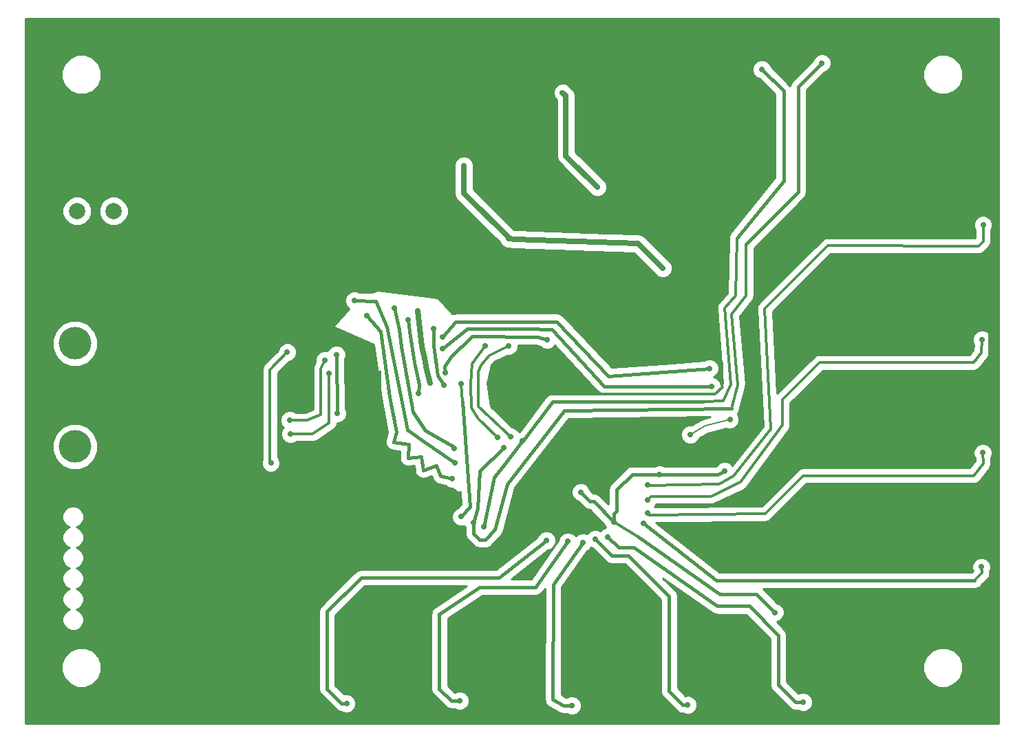
<source format=gbl>
G04 (created by PCBNEW (2013-08-24 BZR 4298)-stable) date Sat 25 Jan 2014 07:06:08 PM PST*
%MOIN*%
G04 Gerber Fmt 3.4, Leading zero omitted, Abs format*
%FSLAX34Y34*%
G01*
G70*
G90*
G04 APERTURE LIST*
%ADD10C,0.005906*%
%ADD11C,0.078700*%
%ADD12C,0.157480*%
%ADD13C,0.023622*%
%ADD14R,0.098400X0.098400*%
%ADD15C,0.027559*%
%ADD16C,0.015748*%
%ADD17C,0.011811*%
%ADD18C,0.007874*%
%ADD19C,0.027559*%
%ADD20C,0.019685*%
%ADD21C,0.009843*%
%ADD22C,0.010000*%
G04 APERTURE END LIST*
G54D10*
G54D11*
X14163Y-33779D03*
X12391Y-33779D03*
G54D12*
X12295Y-45200D03*
X12295Y-40200D03*
G54D13*
X26618Y-42019D03*
X26318Y-41719D03*
X26318Y-42319D03*
X26918Y-41719D03*
X26918Y-42319D03*
G54D14*
X26618Y-42019D03*
G54D15*
X46185Y-53236D03*
X40755Y-36543D03*
X33618Y-35149D03*
X31129Y-31570D03*
X35909Y-28035D03*
X37598Y-32625D03*
X38381Y-48866D03*
X36783Y-47405D03*
X43759Y-46389D03*
X40610Y-46539D03*
X44011Y-43889D03*
X42098Y-44625D03*
X28887Y-38622D03*
X29492Y-42118D03*
X30088Y-39891D03*
X43023Y-41401D03*
X43141Y-42271D03*
X30108Y-40462D03*
X30157Y-42224D03*
X29675Y-39488D03*
X30220Y-41606D03*
X35153Y-40011D03*
X24948Y-40736D03*
X25003Y-43582D03*
X32838Y-42952D03*
X46051Y-49740D03*
X20866Y-33913D03*
X34409Y-37000D03*
X38429Y-57539D03*
X32933Y-57574D03*
X27389Y-57531D03*
X21866Y-57814D03*
X43933Y-57507D03*
X49433Y-57661D03*
X56232Y-49015D03*
X56110Y-43019D03*
X56295Y-38039D03*
X56275Y-32385D03*
X48885Y-27779D03*
X43405Y-27500D03*
X32401Y-27519D03*
X26905Y-27476D03*
X21385Y-27755D03*
X37885Y-27763D03*
X35657Y-49133D03*
X41921Y-40696D03*
X44980Y-41791D03*
X43338Y-36039D03*
X10708Y-50944D03*
X12214Y-37273D03*
X18358Y-47059D03*
X25011Y-38610D03*
X21188Y-39149D03*
X23503Y-42952D03*
X30779Y-47940D03*
X45561Y-26909D03*
X32100Y-49100D03*
X33964Y-44909D03*
X48474Y-26604D03*
X33059Y-45251D03*
X31600Y-48900D03*
X30661Y-45271D03*
X27748Y-38472D03*
X26429Y-38858D03*
X30551Y-46751D03*
X30700Y-46000D03*
X25830Y-38129D03*
X22574Y-40629D03*
X21779Y-46000D03*
X37487Y-49676D03*
X41976Y-57728D03*
X47566Y-57574D03*
X38090Y-49570D03*
X56204Y-51031D03*
X39830Y-48929D03*
X56271Y-45500D03*
X40011Y-48421D03*
X56220Y-40019D03*
X40029Y-47775D03*
X40019Y-47066D03*
X56279Y-34460D03*
X33295Y-40307D03*
X33401Y-44728D03*
X32155Y-40334D03*
X32751Y-44748D03*
X35118Y-49755D03*
X25444Y-57645D03*
X30933Y-57507D03*
X36161Y-49799D03*
X36884Y-49849D03*
X36366Y-57751D03*
X24397Y-41007D03*
X22688Y-43921D03*
X24598Y-41637D03*
X22728Y-44582D03*
X28435Y-39055D03*
X28937Y-42629D03*
X31003Y-42155D03*
X31000Y-48600D03*
G54D16*
X40610Y-46539D02*
X39279Y-46539D01*
X38381Y-48448D02*
X38381Y-48866D01*
X38519Y-48311D02*
X38381Y-48448D01*
X38519Y-47299D02*
X38519Y-48311D01*
X39279Y-46539D02*
X38519Y-47299D01*
X43535Y-52344D02*
X45293Y-52344D01*
X45293Y-52344D02*
X46185Y-53236D01*
G54D17*
X38381Y-48866D02*
X39578Y-49578D01*
G54D16*
X39578Y-49578D02*
X43535Y-52344D01*
G54D18*
X43535Y-52344D02*
X43543Y-52350D01*
G54D19*
X40755Y-36543D02*
X39566Y-35354D01*
X39566Y-35354D02*
X33618Y-35149D01*
X31129Y-32909D02*
X31129Y-31570D01*
X33311Y-35090D02*
X31129Y-32909D01*
X33299Y-35129D02*
X33311Y-35090D01*
X33618Y-35149D02*
X33299Y-35129D01*
X35909Y-28035D02*
X36074Y-28200D01*
X36074Y-28200D02*
X36074Y-31102D01*
X36074Y-31102D02*
X37598Y-32625D01*
G54D16*
X38381Y-48866D02*
X37413Y-47842D01*
X37220Y-47842D02*
X36783Y-47405D01*
X37413Y-47842D02*
X37220Y-47842D01*
X43759Y-46389D02*
X43440Y-46539D01*
X43440Y-46539D02*
X40610Y-46539D01*
G54D18*
X42811Y-44200D02*
X44011Y-43889D01*
X42098Y-44625D02*
X42811Y-44200D01*
G54D19*
X28887Y-38622D02*
X29106Y-40354D01*
X29224Y-40929D02*
X29106Y-40354D01*
X29338Y-41488D02*
X29224Y-40929D01*
X29492Y-42118D02*
X29338Y-41488D01*
G54D16*
X38120Y-41781D02*
X43023Y-41401D01*
X35639Y-39135D02*
X38120Y-41781D01*
X30718Y-39135D02*
X35639Y-39135D01*
X30088Y-39891D02*
X30718Y-39135D01*
X34163Y-39474D02*
X35381Y-39519D01*
X35381Y-39519D02*
X37933Y-42273D01*
X37933Y-42273D02*
X43141Y-42271D01*
X31299Y-39474D02*
X34163Y-39474D01*
X30108Y-40462D02*
X31299Y-39474D01*
X29675Y-40305D02*
X29858Y-41755D01*
X29858Y-41755D02*
X30157Y-42224D01*
X29675Y-39488D02*
X29675Y-40305D01*
X30500Y-40850D02*
X31543Y-39862D01*
X30208Y-41322D02*
X30486Y-40854D01*
G54D18*
X30486Y-40854D02*
X30500Y-40850D01*
G54D16*
X30220Y-41606D02*
X30208Y-41322D01*
X31543Y-39862D02*
X34692Y-39880D01*
X34692Y-39880D02*
X35153Y-40011D01*
X24948Y-40736D02*
X25003Y-43582D01*
G54D18*
X32838Y-42952D02*
X34338Y-42838D01*
X43653Y-41149D02*
X42992Y-40488D01*
X43653Y-42318D02*
X43653Y-41149D01*
G54D17*
X43307Y-42665D02*
X43653Y-42318D01*
X34511Y-42665D02*
X43307Y-42665D01*
G54D18*
X34338Y-42838D02*
X34511Y-42665D01*
G54D16*
X56295Y-38039D02*
X56295Y-38161D01*
X56582Y-38448D02*
X56582Y-42669D01*
X56582Y-42669D02*
X56110Y-43019D01*
X56295Y-38161D02*
X56582Y-38448D01*
X56759Y-32870D02*
X56275Y-32385D01*
X56759Y-37574D02*
X56759Y-32870D01*
X56295Y-38039D02*
X56759Y-37574D01*
X56295Y-32405D02*
X56342Y-32405D01*
X56275Y-32385D02*
X56295Y-32405D01*
X48901Y-27795D02*
X48929Y-27795D01*
X48885Y-27779D02*
X48901Y-27795D01*
X21421Y-27720D02*
X21421Y-27649D01*
X21385Y-27755D02*
X21421Y-27720D01*
X37885Y-27763D02*
X37885Y-27696D01*
G54D18*
X41921Y-40696D02*
X41925Y-40700D01*
G54D17*
X43338Y-36039D02*
X43328Y-36029D01*
X43328Y-36029D02*
X43318Y-36029D01*
G54D18*
X32838Y-42952D02*
X32877Y-42952D01*
X32647Y-43287D02*
X33700Y-43287D01*
X32877Y-42952D02*
X32647Y-43287D01*
G54D19*
X10708Y-50944D02*
X10708Y-50954D01*
G54D20*
X25011Y-38610D02*
X25011Y-38570D01*
G54D19*
X23503Y-42952D02*
X23503Y-42964D01*
G54D17*
X43685Y-43000D02*
X44059Y-42192D01*
X44059Y-42192D02*
X43769Y-38484D01*
X43769Y-38484D02*
X44291Y-37883D01*
X44291Y-37883D02*
X44291Y-37883D01*
X44291Y-37883D02*
X44291Y-37883D01*
X44291Y-37883D02*
X44358Y-35090D01*
X33964Y-44909D02*
X33990Y-44909D01*
G54D16*
X33990Y-44909D02*
X35419Y-43031D01*
X35419Y-43031D02*
X42732Y-43023D01*
G54D17*
X42732Y-43023D02*
X43685Y-43000D01*
X43685Y-43000D02*
X43686Y-42998D01*
X44349Y-35102D02*
X44358Y-35090D01*
G54D16*
X44358Y-35090D02*
X46614Y-32303D01*
X46614Y-32303D02*
X46614Y-27962D01*
X46614Y-27962D02*
X45561Y-26909D01*
X32586Y-46688D02*
X33129Y-46019D01*
X32100Y-49100D02*
X32586Y-46688D01*
X33129Y-46019D02*
X33964Y-44909D01*
X31600Y-48900D02*
X31600Y-49424D01*
X47322Y-27755D02*
X48474Y-26604D01*
X47322Y-32864D02*
X47322Y-27755D01*
X44803Y-35383D02*
X47322Y-32864D01*
G54D17*
X44803Y-37874D02*
X44803Y-35383D01*
X44084Y-38769D02*
X44803Y-37874D01*
X44401Y-42228D02*
X44084Y-38769D01*
X44086Y-43338D02*
X44401Y-42228D01*
G54D16*
X35988Y-43440D02*
X44086Y-43338D01*
X33238Y-47013D02*
X35988Y-43440D01*
X32625Y-49228D02*
X33238Y-47013D01*
X32165Y-49724D02*
X32625Y-49228D01*
X31899Y-49724D02*
X32165Y-49724D01*
X31600Y-49424D02*
X31899Y-49724D01*
X33059Y-45251D02*
X31900Y-46400D01*
X31900Y-46400D02*
X31800Y-48200D01*
X31800Y-48200D02*
X31600Y-48900D01*
X30661Y-45271D02*
X30649Y-45230D01*
X30649Y-45230D02*
X29259Y-44413D01*
X29259Y-44413D02*
X28657Y-43507D01*
X28657Y-43507D02*
X28098Y-40362D01*
X27992Y-39515D02*
X27748Y-38472D01*
X28098Y-40362D02*
X27992Y-39515D01*
G54D18*
X29767Y-46110D02*
X29787Y-46110D01*
G54D16*
X27535Y-42783D02*
X27094Y-39610D01*
X27094Y-39610D02*
X26429Y-38858D01*
X27736Y-44973D02*
X27849Y-44489D01*
X27849Y-44489D02*
X27535Y-42783D01*
X29767Y-46110D02*
X29153Y-46342D01*
X29153Y-46342D02*
X29068Y-45686D01*
X29068Y-45686D02*
X28421Y-45759D01*
X28421Y-45759D02*
X28460Y-45086D01*
X28460Y-45086D02*
X27736Y-44973D01*
X29787Y-46110D02*
X30007Y-46625D01*
X30007Y-46625D02*
X30551Y-46751D01*
X29100Y-44900D02*
X30700Y-46000D01*
X25830Y-38129D02*
X26846Y-38137D01*
X27400Y-39400D02*
X28400Y-44400D01*
X26846Y-38137D02*
X27400Y-39400D01*
X28400Y-44400D02*
X29100Y-44900D01*
G54D17*
X21736Y-41468D02*
X22574Y-40629D01*
X21736Y-45956D02*
X21736Y-41468D01*
G54D21*
X21779Y-46000D02*
X21736Y-45956D01*
G54D16*
X41736Y-57728D02*
X41976Y-57728D01*
X41074Y-57066D02*
X41736Y-57728D01*
X41074Y-52448D02*
X41074Y-57066D01*
X39094Y-50468D02*
X41074Y-52448D01*
X38279Y-50468D02*
X39094Y-50468D01*
X37487Y-49676D02*
X38279Y-50468D01*
X47181Y-57574D02*
X47566Y-57574D01*
X46354Y-56748D02*
X47181Y-57574D01*
X46354Y-54338D02*
X46354Y-56748D01*
X44948Y-52933D02*
X46354Y-54338D01*
X43405Y-52933D02*
X44948Y-52933D01*
X39350Y-50081D02*
X43405Y-52933D01*
X38614Y-50094D02*
X39350Y-50081D01*
X38090Y-49570D02*
X38614Y-50094D01*
G54D17*
X56228Y-51330D02*
X56204Y-51031D01*
X55866Y-51692D02*
X56228Y-51330D01*
G54D16*
X43366Y-51692D02*
X55866Y-51692D01*
X39830Y-48929D02*
X43366Y-51692D01*
G54D17*
X56279Y-46011D02*
X56271Y-45500D01*
X55816Y-46614D02*
X56279Y-46011D01*
X47568Y-46614D02*
X55816Y-46614D01*
X45728Y-48454D02*
X47568Y-46614D01*
X40100Y-48509D02*
X45728Y-48454D01*
G54D18*
X40011Y-48421D02*
X40100Y-48509D01*
G54D17*
X56188Y-40649D02*
X56220Y-40019D01*
X55826Y-41122D02*
X56188Y-40649D01*
X48356Y-41122D02*
X55826Y-41122D01*
X46555Y-42923D02*
X48356Y-41122D01*
X46555Y-44153D02*
X46555Y-42923D01*
X43100Y-47608D02*
X44531Y-46929D01*
X44531Y-46929D02*
X46555Y-44153D01*
X40196Y-47608D02*
X43100Y-47608D01*
X40029Y-47775D02*
X40196Y-47608D01*
G54D18*
X40019Y-47066D02*
X40049Y-47096D01*
G54D17*
X40049Y-47096D02*
X43488Y-47011D01*
X44200Y-46629D02*
X46009Y-44344D01*
X43488Y-47011D02*
X44200Y-46629D01*
X46009Y-44344D02*
X45698Y-38503D01*
X45698Y-38503D02*
X48750Y-35452D01*
X48750Y-35452D02*
X56059Y-35480D01*
X56059Y-35480D02*
X56279Y-35240D01*
X56279Y-35240D02*
X56279Y-34460D01*
X32352Y-40787D02*
X33295Y-40307D01*
X31958Y-41250D02*
X32352Y-40787D01*
X31840Y-41594D02*
X31958Y-41250D01*
X31840Y-43257D02*
X31840Y-41594D01*
X33401Y-44728D02*
X31840Y-43257D01*
G54D18*
X31513Y-41192D02*
X31513Y-41183D01*
G54D17*
X31513Y-41183D02*
X32155Y-40334D01*
X31446Y-42165D02*
X31513Y-41192D01*
G54D18*
X31513Y-41192D02*
X31515Y-41161D01*
G54D17*
X31480Y-43318D02*
X31446Y-42165D01*
X31811Y-43858D02*
X31480Y-43318D01*
X32751Y-44748D02*
X31811Y-43858D01*
G54D16*
X35118Y-49755D02*
X32838Y-51555D01*
X32838Y-51555D02*
X26145Y-51555D01*
X26145Y-51555D02*
X24500Y-53200D01*
X24500Y-53200D02*
X24500Y-56944D01*
X24500Y-56944D02*
X25200Y-57645D01*
X25200Y-57645D02*
X25444Y-57645D01*
X30511Y-57507D02*
X30933Y-57507D01*
X29940Y-56937D02*
X30511Y-57507D01*
X29940Y-53307D02*
X29940Y-56937D01*
X31897Y-52011D02*
X29940Y-53307D01*
X34610Y-52011D02*
X31897Y-52011D01*
X36161Y-49799D02*
X34610Y-52011D01*
X35972Y-57751D02*
X36366Y-57751D01*
X35440Y-57464D02*
X35972Y-57751D01*
X35456Y-51886D02*
X35440Y-57464D01*
X36884Y-49849D02*
X35456Y-51886D01*
G54D17*
X23519Y-43921D02*
X22688Y-43921D01*
X24200Y-43661D02*
X23519Y-43921D01*
X24200Y-41409D02*
X24200Y-43661D01*
X24397Y-41007D02*
X24200Y-41409D01*
X23787Y-44582D02*
X22728Y-44582D01*
X24602Y-44039D02*
X23787Y-44582D01*
X24582Y-41653D02*
X24602Y-44039D01*
G54D21*
X24598Y-41637D02*
X24582Y-41653D01*
G54D16*
X28937Y-42629D02*
X28944Y-42169D01*
X28944Y-42169D02*
X28740Y-41122D01*
X28740Y-41122D02*
X28484Y-39625D01*
X28484Y-39625D02*
X28435Y-39055D01*
G54D17*
X31003Y-42155D02*
X31062Y-43031D01*
G54D16*
X31062Y-43031D02*
X31421Y-48118D01*
X31421Y-48118D02*
X31000Y-48600D01*
G54D10*
G36*
X37741Y-42624D02*
X35418Y-42627D01*
X35392Y-42632D01*
X35364Y-42630D01*
X35315Y-42647D01*
X35264Y-42658D01*
X35241Y-42673D01*
X35215Y-42682D01*
X35176Y-42716D01*
X35133Y-42745D01*
X35117Y-42768D01*
X35097Y-42786D01*
X33817Y-44468D01*
X33798Y-44476D01*
X33794Y-44466D01*
X33664Y-44335D01*
X33494Y-44265D01*
X33470Y-44265D01*
X32411Y-43266D01*
X32250Y-42124D01*
X32454Y-41260D01*
X32595Y-41095D01*
X33233Y-40770D01*
X33387Y-40770D01*
X33557Y-40700D01*
X33687Y-40569D01*
X33758Y-40399D01*
X33758Y-40279D01*
X34635Y-40284D01*
X34824Y-40338D01*
X34890Y-40404D01*
X35060Y-40475D01*
X35245Y-40475D01*
X35415Y-40404D01*
X35537Y-40282D01*
X37636Y-42548D01*
X37642Y-42553D01*
X37647Y-42559D01*
X37706Y-42599D01*
X37741Y-42624D01*
X37741Y-42624D01*
G37*
G54D22*
X37741Y-42624D02*
X35418Y-42627D01*
X35392Y-42632D01*
X35364Y-42630D01*
X35315Y-42647D01*
X35264Y-42658D01*
X35241Y-42673D01*
X35215Y-42682D01*
X35176Y-42716D01*
X35133Y-42745D01*
X35117Y-42768D01*
X35097Y-42786D01*
X33817Y-44468D01*
X33798Y-44476D01*
X33794Y-44466D01*
X33664Y-44335D01*
X33494Y-44265D01*
X33470Y-44265D01*
X32411Y-43266D01*
X32250Y-42124D01*
X32454Y-41260D01*
X32595Y-41095D01*
X33233Y-40770D01*
X33387Y-40770D01*
X33557Y-40700D01*
X33687Y-40569D01*
X33758Y-40399D01*
X33758Y-40279D01*
X34635Y-40284D01*
X34824Y-40338D01*
X34890Y-40404D01*
X35060Y-40475D01*
X35245Y-40475D01*
X35415Y-40404D01*
X35537Y-40282D01*
X37636Y-42548D01*
X37642Y-42553D01*
X37647Y-42559D01*
X37706Y-42599D01*
X37741Y-42624D01*
G54D10*
G36*
X57036Y-58611D02*
X56742Y-58611D01*
X56742Y-34368D01*
X56672Y-34198D01*
X56542Y-34068D01*
X56372Y-33997D01*
X56187Y-33997D01*
X56017Y-34067D01*
X55886Y-34197D01*
X55816Y-34368D01*
X55816Y-34552D01*
X55886Y-34722D01*
X55894Y-34731D01*
X55894Y-35090D01*
X55890Y-35095D01*
X55296Y-35092D01*
X55296Y-26974D01*
X55149Y-26619D01*
X54878Y-26347D01*
X54523Y-26200D01*
X54139Y-26199D01*
X53784Y-26346D01*
X53512Y-26617D01*
X53365Y-26972D01*
X53365Y-27356D01*
X53511Y-27711D01*
X53783Y-27983D01*
X54137Y-28130D01*
X54521Y-28130D01*
X54876Y-27984D01*
X55148Y-27712D01*
X55295Y-27358D01*
X55296Y-26974D01*
X55296Y-35092D01*
X48937Y-35068D01*
X48937Y-26512D01*
X48867Y-26342D01*
X48737Y-26211D01*
X48566Y-26141D01*
X48382Y-26140D01*
X48212Y-26211D01*
X48081Y-26341D01*
X48022Y-26484D01*
X47036Y-27470D01*
X46949Y-27601D01*
X46926Y-27716D01*
X46900Y-27676D01*
X46900Y-27676D01*
X46012Y-26789D01*
X45954Y-26647D01*
X45823Y-26516D01*
X45653Y-26446D01*
X45469Y-26445D01*
X45298Y-26516D01*
X45168Y-26646D01*
X45097Y-26816D01*
X45097Y-27001D01*
X45167Y-27171D01*
X45298Y-27302D01*
X45441Y-27361D01*
X46209Y-28130D01*
X46209Y-32160D01*
X44043Y-34836D01*
X43970Y-34975D01*
X43956Y-35132D01*
X43971Y-35181D01*
X43910Y-37736D01*
X43479Y-38231D01*
X43478Y-38233D01*
X43477Y-38234D01*
X43441Y-38298D01*
X43404Y-38362D01*
X43404Y-38363D01*
X43403Y-38365D01*
X43395Y-38438D01*
X43385Y-38511D01*
X43386Y-38512D01*
X43386Y-38514D01*
X43667Y-42122D01*
X43605Y-42257D01*
X43605Y-42179D01*
X43534Y-42009D01*
X43404Y-41879D01*
X43243Y-41812D01*
X43285Y-41794D01*
X43416Y-41664D01*
X43486Y-41494D01*
X43487Y-41309D01*
X43416Y-41139D01*
X43286Y-41008D01*
X43116Y-40938D01*
X42931Y-40938D01*
X42761Y-41008D01*
X42752Y-41017D01*
X41219Y-41135D01*
X41219Y-36451D01*
X41184Y-36365D01*
X41148Y-36281D01*
X41083Y-36215D01*
X41018Y-36150D01*
X41018Y-36150D01*
X39894Y-35026D01*
X39825Y-34980D01*
X39758Y-34932D01*
X39750Y-34930D01*
X39744Y-34926D01*
X39663Y-34910D01*
X39582Y-34891D01*
X38061Y-34838D01*
X38061Y-32534D01*
X37991Y-32363D01*
X37861Y-32233D01*
X37861Y-32233D01*
X36538Y-30910D01*
X36538Y-28200D01*
X36538Y-28200D01*
X36538Y-28200D01*
X36502Y-28023D01*
X36402Y-27873D01*
X36402Y-27873D01*
X36402Y-27873D01*
X36237Y-27707D01*
X36237Y-27707D01*
X36172Y-27642D01*
X36086Y-27607D01*
X36002Y-27572D01*
X35817Y-27571D01*
X35647Y-27642D01*
X35516Y-27772D01*
X35446Y-27942D01*
X35445Y-28127D01*
X35516Y-28297D01*
X35581Y-28363D01*
X35611Y-28392D01*
X35611Y-31102D01*
X35646Y-31279D01*
X35747Y-31430D01*
X37270Y-32953D01*
X37335Y-33018D01*
X37505Y-33089D01*
X37598Y-33089D01*
X37690Y-33089D01*
X37860Y-33019D01*
X37991Y-32888D01*
X38061Y-32718D01*
X38061Y-32625D01*
X38061Y-32534D01*
X38061Y-34838D01*
X33718Y-34689D01*
X33710Y-34686D01*
X33632Y-34686D01*
X33557Y-34681D01*
X31593Y-32717D01*
X31593Y-31571D01*
X31593Y-31570D01*
X31593Y-31479D01*
X31522Y-31308D01*
X31457Y-31243D01*
X31392Y-31178D01*
X31222Y-31107D01*
X31038Y-31107D01*
X30867Y-31177D01*
X30737Y-31308D01*
X30666Y-31478D01*
X30666Y-31662D01*
X30666Y-31662D01*
X30666Y-32909D01*
X30701Y-33086D01*
X30802Y-33237D01*
X32880Y-35315D01*
X32891Y-35349D01*
X32925Y-35390D01*
X32951Y-35436D01*
X32982Y-35459D01*
X33006Y-35489D01*
X33053Y-35514D01*
X33095Y-35546D01*
X33132Y-35555D01*
X33166Y-35573D01*
X33219Y-35578D01*
X33270Y-35592D01*
X33512Y-35607D01*
X33525Y-35612D01*
X33609Y-35612D01*
X39368Y-35811D01*
X40428Y-36870D01*
X40428Y-36870D01*
X40493Y-36935D01*
X40578Y-36971D01*
X40663Y-37006D01*
X40755Y-37006D01*
X40847Y-37006D01*
X40933Y-36971D01*
X41018Y-36936D01*
X41083Y-36870D01*
X41148Y-36806D01*
X41184Y-36720D01*
X41219Y-36635D01*
X41219Y-36543D01*
X41219Y-36451D01*
X41219Y-41135D01*
X38282Y-41363D01*
X35934Y-38859D01*
X35929Y-38855D01*
X35925Y-38849D01*
X35865Y-38809D01*
X35806Y-38767D01*
X35800Y-38765D01*
X35794Y-38762D01*
X35723Y-38748D01*
X35652Y-38731D01*
X35646Y-38732D01*
X35639Y-38731D01*
X30718Y-38731D01*
X30700Y-38735D01*
X30681Y-38733D01*
X30623Y-38750D01*
X30575Y-38760D01*
X29858Y-37974D01*
X26958Y-37606D01*
X26706Y-37732D01*
X26069Y-37727D01*
X25923Y-37666D01*
X25738Y-37666D01*
X25568Y-37736D01*
X25438Y-37867D01*
X25367Y-38037D01*
X25367Y-38221D01*
X25437Y-38392D01*
X25546Y-38501D01*
X24787Y-39375D01*
X26777Y-40263D01*
X27134Y-42839D01*
X27137Y-42847D01*
X27137Y-42856D01*
X27436Y-44480D01*
X27342Y-44882D01*
X27342Y-44897D01*
X27337Y-44911D01*
X27339Y-44975D01*
X27337Y-45039D01*
X27342Y-45054D01*
X27343Y-45069D01*
X27370Y-45127D01*
X27393Y-45187D01*
X27403Y-45198D01*
X27410Y-45212D01*
X27457Y-45255D01*
X27500Y-45302D01*
X27514Y-45308D01*
X27526Y-45319D01*
X27586Y-45341D01*
X27644Y-45367D01*
X27659Y-45368D01*
X27674Y-45373D01*
X28035Y-45429D01*
X28017Y-45736D01*
X28022Y-45770D01*
X28019Y-45805D01*
X28033Y-45848D01*
X28039Y-45892D01*
X28056Y-45922D01*
X28067Y-45955D01*
X28096Y-45989D01*
X28119Y-46028D01*
X28146Y-46049D01*
X28169Y-46076D01*
X28209Y-46096D01*
X28244Y-46123D01*
X28278Y-46132D01*
X28309Y-46148D01*
X28354Y-46152D01*
X28397Y-46163D01*
X28432Y-46158D01*
X28466Y-46161D01*
X28718Y-46133D01*
X28752Y-46394D01*
X28767Y-46439D01*
X28775Y-46485D01*
X28792Y-46513D01*
X28802Y-46543D01*
X28833Y-46579D01*
X28858Y-46619D01*
X28885Y-46638D01*
X28906Y-46662D01*
X28948Y-46683D01*
X28987Y-46711D01*
X29018Y-46718D01*
X29048Y-46732D01*
X29095Y-46736D01*
X29140Y-46746D01*
X29173Y-46741D01*
X29205Y-46743D01*
X29250Y-46728D01*
X29296Y-46720D01*
X29565Y-46619D01*
X29636Y-46784D01*
X29653Y-46810D01*
X29664Y-46839D01*
X29697Y-46875D01*
X29725Y-46915D01*
X29751Y-46932D01*
X29772Y-46954D01*
X29816Y-46974D01*
X29857Y-47001D01*
X29888Y-47007D01*
X29916Y-47019D01*
X30238Y-47094D01*
X30288Y-47144D01*
X30458Y-47215D01*
X30565Y-47215D01*
X30909Y-47463D01*
X30963Y-47370D01*
X31006Y-47978D01*
X30845Y-48162D01*
X30737Y-48206D01*
X30607Y-48337D01*
X30536Y-48507D01*
X30536Y-48691D01*
X30606Y-48862D01*
X30737Y-48992D01*
X30907Y-49063D01*
X31091Y-49063D01*
X31155Y-49037D01*
X31195Y-49134D01*
X31195Y-49424D01*
X31226Y-49579D01*
X31314Y-49710D01*
X31613Y-50010D01*
X31613Y-50010D01*
X31613Y-50010D01*
X31701Y-50068D01*
X31744Y-50097D01*
X31744Y-50097D01*
X31899Y-50128D01*
X31899Y-50128D01*
X31899Y-50128D01*
X32165Y-50128D01*
X32172Y-50127D01*
X32180Y-50128D01*
X32249Y-50111D01*
X32320Y-50097D01*
X32326Y-50093D01*
X32333Y-50091D01*
X32391Y-50050D01*
X32451Y-50010D01*
X32455Y-50003D01*
X32461Y-49999D01*
X32922Y-49503D01*
X32931Y-49488D01*
X32944Y-49477D01*
X32972Y-49421D01*
X33005Y-49369D01*
X33007Y-49351D01*
X33015Y-49336D01*
X33606Y-47197D01*
X36189Y-43842D01*
X43073Y-43755D01*
X42719Y-43847D01*
X42672Y-43870D01*
X42624Y-43887D01*
X42162Y-44162D01*
X42006Y-44162D01*
X41836Y-44232D01*
X41705Y-44363D01*
X41635Y-44533D01*
X41634Y-44717D01*
X41705Y-44888D01*
X41835Y-45018D01*
X42005Y-45089D01*
X42190Y-45089D01*
X42360Y-45019D01*
X42491Y-44888D01*
X42530Y-44792D01*
X42953Y-44540D01*
X43826Y-44314D01*
X43919Y-44353D01*
X44103Y-44353D01*
X44273Y-44282D01*
X44404Y-44152D01*
X44475Y-43982D01*
X44475Y-43797D01*
X44404Y-43627D01*
X44384Y-43607D01*
X44462Y-43488D01*
X44490Y-43333D01*
X44489Y-43327D01*
X44771Y-42333D01*
X44777Y-42263D01*
X44784Y-42193D01*
X44481Y-38889D01*
X45103Y-38114D01*
X45128Y-38066D01*
X45158Y-38021D01*
X45162Y-38000D01*
X45172Y-37981D01*
X45177Y-37927D01*
X45187Y-37874D01*
X45187Y-35571D01*
X47608Y-33150D01*
X47696Y-33018D01*
X47696Y-33018D01*
X47701Y-32993D01*
X47727Y-32864D01*
X47727Y-32864D01*
X47727Y-32864D01*
X47727Y-27923D01*
X48594Y-27056D01*
X48736Y-26997D01*
X48867Y-26867D01*
X48937Y-26696D01*
X48937Y-26512D01*
X48937Y-35068D01*
X48751Y-35068D01*
X48750Y-35068D01*
X48750Y-35068D01*
X48677Y-35082D01*
X48604Y-35096D01*
X48603Y-35097D01*
X48602Y-35097D01*
X48541Y-35138D01*
X48479Y-35179D01*
X48478Y-35180D01*
X48478Y-35180D01*
X45426Y-38231D01*
X45421Y-38240D01*
X45412Y-38246D01*
X45379Y-38302D01*
X45343Y-38356D01*
X45341Y-38366D01*
X45336Y-38375D01*
X45326Y-38440D01*
X45314Y-38503D01*
X45316Y-38514D01*
X45314Y-38524D01*
X45618Y-44219D01*
X44127Y-46102D01*
X44022Y-45997D01*
X43852Y-45926D01*
X43668Y-45926D01*
X43497Y-45996D01*
X43367Y-46126D01*
X43367Y-46127D01*
X43350Y-46135D01*
X40844Y-46135D01*
X40702Y-46076D01*
X40518Y-46075D01*
X40375Y-46135D01*
X39279Y-46135D01*
X39124Y-46165D01*
X38993Y-46253D01*
X38233Y-47013D01*
X38146Y-47144D01*
X38115Y-47299D01*
X38115Y-47996D01*
X37707Y-47564D01*
X37702Y-47561D01*
X37699Y-47556D01*
X37638Y-47515D01*
X37578Y-47473D01*
X37572Y-47472D01*
X37568Y-47468D01*
X37496Y-47454D01*
X37424Y-47438D01*
X37418Y-47439D01*
X37413Y-47438D01*
X37387Y-47438D01*
X37235Y-47285D01*
X37176Y-47143D01*
X37046Y-47012D01*
X36876Y-46942D01*
X36691Y-46942D01*
X36521Y-47012D01*
X36390Y-47142D01*
X36320Y-47312D01*
X36319Y-47497D01*
X36390Y-47667D01*
X36520Y-47798D01*
X36663Y-47857D01*
X36934Y-48128D01*
X37065Y-48216D01*
X37220Y-48246D01*
X37239Y-48246D01*
X37923Y-48969D01*
X37982Y-49113D01*
X37828Y-49177D01*
X37730Y-49275D01*
X37579Y-49213D01*
X37395Y-49213D01*
X37225Y-49283D01*
X37094Y-49414D01*
X37087Y-49432D01*
X36976Y-49386D01*
X36792Y-49385D01*
X36621Y-49456D01*
X36547Y-49530D01*
X36424Y-49406D01*
X36253Y-49335D01*
X36069Y-49335D01*
X35899Y-49406D01*
X35768Y-49536D01*
X35698Y-49706D01*
X35698Y-49755D01*
X34399Y-51607D01*
X33424Y-51607D01*
X35183Y-50219D01*
X35209Y-50219D01*
X35380Y-50148D01*
X35510Y-50018D01*
X35581Y-49848D01*
X35581Y-49664D01*
X35511Y-49493D01*
X35380Y-49363D01*
X35210Y-49292D01*
X35026Y-49292D01*
X34855Y-49362D01*
X34725Y-49493D01*
X34689Y-49578D01*
X32698Y-51150D01*
X26145Y-51150D01*
X26145Y-51150D01*
X26016Y-51176D01*
X25990Y-51181D01*
X25859Y-51269D01*
X25859Y-51269D01*
X25467Y-51661D01*
X25467Y-43490D01*
X25403Y-43336D01*
X25357Y-40960D01*
X25412Y-40828D01*
X25412Y-40644D01*
X25341Y-40474D01*
X25211Y-40343D01*
X25041Y-40272D01*
X24857Y-40272D01*
X24686Y-40343D01*
X24556Y-40473D01*
X24521Y-40557D01*
X24490Y-40544D01*
X24305Y-40544D01*
X24135Y-40614D01*
X24005Y-40745D01*
X23934Y-40915D01*
X23934Y-41079D01*
X23855Y-41240D01*
X23852Y-41252D01*
X23845Y-41262D01*
X23833Y-41324D01*
X23816Y-41385D01*
X23818Y-41397D01*
X23816Y-41409D01*
X23816Y-43396D01*
X23448Y-43536D01*
X23038Y-43536D01*
X23038Y-40538D01*
X22967Y-40367D01*
X22837Y-40237D01*
X22667Y-40166D01*
X22483Y-40166D01*
X22312Y-40236D01*
X22182Y-40367D01*
X22111Y-40537D01*
X22111Y-40549D01*
X21464Y-41196D01*
X21380Y-41321D01*
X21351Y-41468D01*
X21351Y-45822D01*
X21316Y-45907D01*
X21316Y-46091D01*
X21386Y-46262D01*
X21516Y-46392D01*
X21686Y-46463D01*
X21871Y-46463D01*
X22041Y-46393D01*
X22172Y-46262D01*
X22242Y-46092D01*
X22242Y-45908D01*
X22172Y-45737D01*
X22120Y-45686D01*
X22120Y-41627D01*
X22655Y-41093D01*
X22666Y-41093D01*
X22836Y-41022D01*
X22967Y-40892D01*
X23038Y-40722D01*
X23038Y-40538D01*
X23038Y-43536D01*
X22959Y-43536D01*
X22951Y-43528D01*
X22781Y-43457D01*
X22597Y-43457D01*
X22426Y-43528D01*
X22296Y-43658D01*
X22225Y-43828D01*
X22225Y-44013D01*
X22295Y-44183D01*
X22384Y-44271D01*
X22335Y-44319D01*
X22265Y-44490D01*
X22264Y-44674D01*
X22335Y-44844D01*
X22465Y-44975D01*
X22635Y-45045D01*
X22820Y-45046D01*
X22990Y-44975D01*
X22998Y-44967D01*
X23787Y-44967D01*
X23824Y-44959D01*
X23862Y-44960D01*
X23897Y-44945D01*
X23934Y-44938D01*
X23965Y-44917D01*
X24000Y-44902D01*
X24815Y-44359D01*
X24843Y-44331D01*
X24876Y-44309D01*
X24896Y-44278D01*
X24921Y-44253D01*
X24937Y-44216D01*
X24958Y-44183D01*
X24965Y-44148D01*
X24979Y-44114D01*
X24979Y-44075D01*
X24985Y-44046D01*
X25095Y-44046D01*
X25266Y-43975D01*
X25396Y-43845D01*
X25467Y-43675D01*
X25467Y-43490D01*
X25467Y-51661D01*
X24214Y-52914D01*
X24126Y-53046D01*
X24095Y-53200D01*
X24095Y-56944D01*
X24126Y-57099D01*
X24214Y-57230D01*
X24914Y-57931D01*
X25046Y-58019D01*
X25200Y-58050D01*
X25210Y-58050D01*
X25352Y-58108D01*
X25536Y-58109D01*
X25707Y-58038D01*
X25837Y-57908D01*
X25908Y-57738D01*
X25908Y-57553D01*
X25837Y-57383D01*
X25707Y-57253D01*
X25537Y-57182D01*
X25353Y-57182D01*
X25321Y-57195D01*
X24904Y-56777D01*
X24904Y-53368D01*
X26313Y-51959D01*
X31244Y-51959D01*
X29717Y-52969D01*
X29688Y-52998D01*
X29655Y-53021D01*
X29633Y-53053D01*
X29605Y-53081D01*
X29589Y-53118D01*
X29567Y-53152D01*
X29559Y-53190D01*
X29544Y-53226D01*
X29544Y-53267D01*
X29536Y-53307D01*
X29536Y-56937D01*
X29567Y-57091D01*
X29655Y-57222D01*
X30225Y-57793D01*
X30225Y-57793D01*
X30225Y-57793D01*
X30357Y-57881D01*
X30357Y-57881D01*
X30382Y-57886D01*
X30511Y-57912D01*
X30511Y-57912D01*
X30511Y-57912D01*
X30698Y-57912D01*
X30840Y-57971D01*
X31024Y-57971D01*
X31195Y-57900D01*
X31325Y-57770D01*
X31396Y-57600D01*
X31396Y-57416D01*
X31326Y-57245D01*
X31195Y-57115D01*
X31025Y-57044D01*
X30841Y-57044D01*
X30698Y-57103D01*
X30679Y-57103D01*
X30345Y-56769D01*
X30345Y-53524D01*
X32019Y-52416D01*
X34610Y-52416D01*
X34644Y-52409D01*
X34680Y-52410D01*
X34721Y-52394D01*
X34764Y-52385D01*
X34794Y-52365D01*
X34827Y-52352D01*
X34859Y-52322D01*
X34896Y-52297D01*
X34915Y-52268D01*
X34941Y-52243D01*
X35051Y-52086D01*
X35036Y-57463D01*
X35047Y-57521D01*
X35053Y-57580D01*
X35063Y-57598D01*
X35066Y-57618D01*
X35099Y-57667D01*
X35127Y-57719D01*
X35142Y-57732D01*
X35154Y-57749D01*
X35203Y-57782D01*
X35248Y-57820D01*
X35780Y-58107D01*
X35800Y-58113D01*
X35817Y-58125D01*
X35875Y-58136D01*
X35930Y-58154D01*
X35951Y-58152D01*
X35972Y-58156D01*
X36131Y-58156D01*
X36273Y-58215D01*
X36457Y-58215D01*
X36628Y-58145D01*
X36758Y-58014D01*
X36829Y-57844D01*
X36829Y-57660D01*
X36759Y-57489D01*
X36628Y-57359D01*
X36458Y-57288D01*
X36274Y-57288D01*
X36131Y-57347D01*
X36074Y-57347D01*
X35845Y-57223D01*
X35860Y-52014D01*
X37084Y-50267D01*
X37146Y-50242D01*
X37276Y-50112D01*
X37284Y-50094D01*
X37367Y-50128D01*
X37993Y-50754D01*
X38124Y-50842D01*
X38279Y-50872D01*
X38927Y-50872D01*
X40670Y-52616D01*
X40670Y-57066D01*
X40701Y-57221D01*
X40788Y-57352D01*
X41450Y-58014D01*
X41581Y-58101D01*
X41581Y-58101D01*
X41607Y-58107D01*
X41736Y-58132D01*
X41736Y-58132D01*
X41736Y-58132D01*
X41741Y-58132D01*
X41883Y-58191D01*
X42068Y-58191D01*
X42238Y-58121D01*
X42368Y-57991D01*
X42439Y-57820D01*
X42439Y-57636D01*
X42369Y-57466D01*
X42239Y-57335D01*
X42068Y-57265D01*
X41884Y-57264D01*
X41856Y-57276D01*
X41479Y-56899D01*
X41479Y-52448D01*
X41448Y-52294D01*
X41360Y-52162D01*
X40777Y-51579D01*
X43172Y-53263D01*
X43213Y-53281D01*
X43250Y-53306D01*
X43285Y-53313D01*
X43317Y-53327D01*
X43361Y-53328D01*
X43405Y-53337D01*
X44781Y-53337D01*
X45950Y-54506D01*
X45950Y-56748D01*
X45980Y-56902D01*
X46068Y-57033D01*
X46895Y-57860D01*
X46895Y-57860D01*
X47026Y-57948D01*
X47181Y-57979D01*
X47332Y-57979D01*
X47474Y-58038D01*
X47658Y-58038D01*
X47829Y-57967D01*
X47959Y-57837D01*
X48030Y-57667D01*
X48030Y-57483D01*
X47959Y-57312D01*
X47829Y-57182D01*
X47659Y-57111D01*
X47475Y-57111D01*
X47343Y-57165D01*
X46758Y-56580D01*
X46758Y-54338D01*
X46727Y-54183D01*
X46640Y-54052D01*
X46640Y-54052D01*
X46284Y-53696D01*
X46447Y-53629D01*
X46577Y-53499D01*
X46648Y-53328D01*
X46648Y-53144D01*
X46578Y-52974D01*
X46447Y-52843D01*
X46304Y-52784D01*
X45617Y-52097D01*
X55866Y-52097D01*
X56020Y-52066D01*
X56152Y-51978D01*
X56208Y-51894D01*
X56500Y-51602D01*
X56508Y-51589D01*
X56520Y-51580D01*
X56550Y-51527D01*
X56583Y-51477D01*
X56586Y-51462D01*
X56594Y-51449D01*
X56601Y-51389D01*
X56612Y-51330D01*
X56610Y-51315D01*
X56611Y-51300D01*
X56609Y-51266D01*
X56668Y-51124D01*
X56668Y-50939D01*
X56597Y-50769D01*
X56467Y-50638D01*
X56297Y-50568D01*
X56112Y-50568D01*
X55942Y-50638D01*
X55812Y-50768D01*
X55741Y-50938D01*
X55741Y-51123D01*
X55785Y-51229D01*
X55726Y-51288D01*
X43505Y-51288D01*
X40438Y-48891D01*
X45732Y-48839D01*
X45803Y-48824D01*
X45875Y-48810D01*
X45877Y-48809D01*
X45879Y-48808D01*
X45939Y-48767D01*
X46000Y-48726D01*
X47728Y-46998D01*
X55816Y-46998D01*
X55841Y-46993D01*
X55866Y-46995D01*
X55914Y-46979D01*
X55964Y-46969D01*
X55985Y-46955D01*
X56009Y-46947D01*
X56047Y-46914D01*
X56088Y-46886D01*
X56102Y-46865D01*
X56121Y-46848D01*
X56584Y-46246D01*
X56608Y-46198D01*
X56637Y-46153D01*
X56641Y-46131D01*
X56651Y-46111D01*
X56654Y-46058D01*
X56664Y-46005D01*
X56660Y-45766D01*
X56664Y-45762D01*
X56734Y-45592D01*
X56735Y-45408D01*
X56664Y-45237D01*
X56534Y-45107D01*
X56364Y-45036D01*
X56179Y-45036D01*
X56009Y-45106D01*
X55879Y-45237D01*
X55808Y-45407D01*
X55808Y-45591D01*
X55878Y-45762D01*
X55891Y-45774D01*
X55892Y-45883D01*
X55627Y-46229D01*
X47568Y-46229D01*
X47421Y-46258D01*
X47296Y-46342D01*
X45567Y-48071D01*
X40368Y-48122D01*
X40353Y-48107D01*
X40422Y-48038D01*
X40441Y-47992D01*
X43100Y-47992D01*
X43110Y-47990D01*
X43119Y-47992D01*
X43183Y-47976D01*
X43247Y-47963D01*
X43255Y-47958D01*
X43265Y-47955D01*
X44696Y-47276D01*
X44712Y-47264D01*
X44731Y-47257D01*
X44772Y-47220D01*
X44816Y-47187D01*
X44827Y-47169D01*
X44842Y-47155D01*
X46865Y-44380D01*
X46885Y-44338D01*
X46910Y-44300D01*
X46916Y-44271D01*
X46928Y-44243D01*
X46930Y-44198D01*
X46939Y-44153D01*
X46939Y-43082D01*
X48515Y-41506D01*
X55826Y-41506D01*
X55851Y-41501D01*
X55877Y-41503D01*
X55924Y-41487D01*
X55973Y-41477D01*
X55995Y-41463D01*
X56019Y-41455D01*
X56056Y-41421D01*
X56098Y-41394D01*
X56112Y-41372D01*
X56132Y-41356D01*
X56494Y-40883D01*
X56512Y-40847D01*
X56536Y-40814D01*
X56545Y-40780D01*
X56560Y-40749D01*
X56563Y-40708D01*
X56573Y-40668D01*
X56591Y-40304D01*
X56613Y-40282D01*
X56683Y-40112D01*
X56683Y-39927D01*
X56613Y-39757D01*
X56483Y-39627D01*
X56313Y-39556D01*
X56128Y-39556D01*
X55958Y-39626D01*
X55827Y-39756D01*
X55757Y-39927D01*
X55757Y-40111D01*
X55822Y-40270D01*
X55810Y-40510D01*
X55636Y-40737D01*
X48356Y-40737D01*
X48209Y-40766D01*
X48084Y-40850D01*
X46303Y-42630D01*
X46092Y-38654D01*
X48908Y-35838D01*
X56057Y-35864D01*
X56066Y-35863D01*
X56075Y-35864D01*
X56139Y-35848D01*
X56204Y-35836D01*
X56212Y-35831D01*
X56221Y-35829D01*
X56274Y-35789D01*
X56330Y-35753D01*
X56335Y-35745D01*
X56342Y-35740D01*
X56562Y-35500D01*
X56597Y-35443D01*
X56634Y-35387D01*
X56636Y-35379D01*
X56640Y-35372D01*
X56651Y-35305D01*
X56664Y-35240D01*
X56664Y-34731D01*
X56672Y-34723D01*
X56742Y-34553D01*
X56742Y-34368D01*
X56742Y-58611D01*
X55296Y-58611D01*
X55296Y-55714D01*
X55149Y-55359D01*
X54878Y-55087D01*
X54523Y-54940D01*
X54139Y-54939D01*
X53784Y-55086D01*
X53512Y-55357D01*
X53365Y-55712D01*
X53365Y-56096D01*
X53511Y-56451D01*
X53783Y-56723D01*
X54137Y-56870D01*
X54521Y-56871D01*
X54876Y-56724D01*
X55148Y-56453D01*
X55295Y-56098D01*
X55296Y-55714D01*
X55296Y-58611D01*
X14882Y-58611D01*
X14882Y-33637D01*
X14773Y-33372D01*
X14571Y-33170D01*
X14307Y-33060D01*
X14021Y-33060D01*
X13756Y-33169D01*
X13563Y-33362D01*
X13563Y-26974D01*
X13417Y-26619D01*
X13145Y-26347D01*
X12791Y-26200D01*
X12407Y-26199D01*
X12052Y-26346D01*
X11780Y-26617D01*
X11633Y-26972D01*
X11632Y-27356D01*
X11779Y-27711D01*
X12050Y-27983D01*
X12405Y-28130D01*
X12789Y-28130D01*
X13144Y-27984D01*
X13416Y-27712D01*
X13563Y-27358D01*
X13563Y-26974D01*
X13563Y-33362D01*
X13554Y-33371D01*
X13444Y-33635D01*
X13444Y-33921D01*
X13553Y-34186D01*
X13755Y-34388D01*
X14020Y-34498D01*
X14306Y-34498D01*
X14570Y-34389D01*
X14772Y-34187D01*
X14882Y-33923D01*
X14882Y-33637D01*
X14882Y-58611D01*
X13563Y-58611D01*
X13563Y-55714D01*
X13417Y-55359D01*
X13408Y-55350D01*
X13408Y-44980D01*
X13408Y-39980D01*
X13239Y-39571D01*
X13110Y-39442D01*
X13110Y-33637D01*
X13001Y-33372D01*
X12799Y-33170D01*
X12535Y-33060D01*
X12249Y-33060D01*
X11984Y-33169D01*
X11782Y-33371D01*
X11672Y-33635D01*
X11672Y-33921D01*
X11781Y-34186D01*
X11983Y-34388D01*
X12248Y-34498D01*
X12534Y-34498D01*
X12798Y-34389D01*
X13000Y-34187D01*
X13110Y-33923D01*
X13110Y-33637D01*
X13110Y-39442D01*
X12926Y-39257D01*
X12517Y-39087D01*
X12074Y-39087D01*
X11665Y-39256D01*
X11352Y-39569D01*
X11182Y-39978D01*
X11182Y-40421D01*
X11351Y-40830D01*
X11663Y-41143D01*
X12072Y-41313D01*
X12515Y-41313D01*
X12924Y-41144D01*
X13238Y-40832D01*
X13408Y-40423D01*
X13408Y-39980D01*
X13408Y-44980D01*
X13239Y-44571D01*
X12926Y-44257D01*
X12517Y-44087D01*
X12074Y-44087D01*
X11665Y-44256D01*
X11352Y-44569D01*
X11182Y-44978D01*
X11182Y-45421D01*
X11351Y-45830D01*
X11663Y-46143D01*
X12072Y-46313D01*
X12515Y-46313D01*
X12924Y-46144D01*
X13238Y-45832D01*
X13408Y-45423D01*
X13408Y-44980D01*
X13408Y-55350D01*
X13145Y-55087D01*
X12791Y-54940D01*
X12722Y-54940D01*
X12722Y-53488D01*
X12643Y-53296D01*
X12496Y-53149D01*
X12358Y-53091D01*
X12495Y-53035D01*
X12642Y-52888D01*
X12722Y-52696D01*
X12722Y-52488D01*
X12643Y-52296D01*
X12496Y-52149D01*
X12362Y-52093D01*
X12495Y-52039D01*
X12642Y-51892D01*
X12722Y-51700D01*
X12722Y-51492D01*
X12643Y-51300D01*
X12496Y-51153D01*
X12358Y-51095D01*
X12495Y-51039D01*
X12642Y-50892D01*
X12722Y-50700D01*
X12722Y-50492D01*
X12643Y-50300D01*
X12496Y-50153D01*
X12362Y-50097D01*
X12495Y-50043D01*
X12642Y-49896D01*
X12722Y-49704D01*
X12722Y-49496D01*
X12643Y-49304D01*
X12496Y-49157D01*
X12358Y-49099D01*
X12495Y-49043D01*
X12642Y-48896D01*
X12722Y-48704D01*
X12722Y-48496D01*
X12643Y-48304D01*
X12496Y-48157D01*
X12304Y-48077D01*
X12096Y-48077D01*
X11904Y-48156D01*
X11757Y-48303D01*
X11677Y-48495D01*
X11677Y-48703D01*
X11756Y-48895D01*
X11903Y-49042D01*
X12041Y-49100D01*
X11904Y-49156D01*
X11757Y-49303D01*
X11677Y-49495D01*
X11677Y-49703D01*
X11756Y-49895D01*
X11903Y-50042D01*
X12037Y-50098D01*
X11904Y-50152D01*
X11757Y-50299D01*
X11677Y-50491D01*
X11677Y-50699D01*
X11756Y-50891D01*
X11903Y-51038D01*
X12041Y-51096D01*
X11904Y-51152D01*
X11757Y-51299D01*
X11677Y-51491D01*
X11677Y-51699D01*
X11756Y-51891D01*
X11903Y-52038D01*
X12037Y-52094D01*
X11904Y-52148D01*
X11757Y-52295D01*
X11677Y-52487D01*
X11677Y-52695D01*
X11756Y-52887D01*
X11903Y-53034D01*
X12041Y-53092D01*
X11904Y-53148D01*
X11757Y-53295D01*
X11677Y-53487D01*
X11677Y-53695D01*
X11756Y-53887D01*
X11903Y-54034D01*
X12095Y-54114D01*
X12303Y-54114D01*
X12495Y-54035D01*
X12642Y-53888D01*
X12722Y-53696D01*
X12722Y-53488D01*
X12722Y-54940D01*
X12407Y-54939D01*
X12052Y-55086D01*
X11780Y-55357D01*
X11633Y-55712D01*
X11632Y-56096D01*
X11779Y-56451D01*
X12050Y-56723D01*
X12405Y-56870D01*
X12789Y-56871D01*
X13144Y-56724D01*
X13416Y-56453D01*
X13563Y-56098D01*
X13563Y-55714D01*
X13563Y-58611D01*
X9892Y-58611D01*
X9892Y-24459D01*
X57036Y-24459D01*
X57036Y-58611D01*
X57036Y-58611D01*
G37*
G54D22*
X57036Y-58611D02*
X56742Y-58611D01*
X56742Y-34368D01*
X56672Y-34198D01*
X56542Y-34068D01*
X56372Y-33997D01*
X56187Y-33997D01*
X56017Y-34067D01*
X55886Y-34197D01*
X55816Y-34368D01*
X55816Y-34552D01*
X55886Y-34722D01*
X55894Y-34731D01*
X55894Y-35090D01*
X55890Y-35095D01*
X55296Y-35092D01*
X55296Y-26974D01*
X55149Y-26619D01*
X54878Y-26347D01*
X54523Y-26200D01*
X54139Y-26199D01*
X53784Y-26346D01*
X53512Y-26617D01*
X53365Y-26972D01*
X53365Y-27356D01*
X53511Y-27711D01*
X53783Y-27983D01*
X54137Y-28130D01*
X54521Y-28130D01*
X54876Y-27984D01*
X55148Y-27712D01*
X55295Y-27358D01*
X55296Y-26974D01*
X55296Y-35092D01*
X48937Y-35068D01*
X48937Y-26512D01*
X48867Y-26342D01*
X48737Y-26211D01*
X48566Y-26141D01*
X48382Y-26140D01*
X48212Y-26211D01*
X48081Y-26341D01*
X48022Y-26484D01*
X47036Y-27470D01*
X46949Y-27601D01*
X46926Y-27716D01*
X46900Y-27676D01*
X46900Y-27676D01*
X46012Y-26789D01*
X45954Y-26647D01*
X45823Y-26516D01*
X45653Y-26446D01*
X45469Y-26445D01*
X45298Y-26516D01*
X45168Y-26646D01*
X45097Y-26816D01*
X45097Y-27001D01*
X45167Y-27171D01*
X45298Y-27302D01*
X45441Y-27361D01*
X46209Y-28130D01*
X46209Y-32160D01*
X44043Y-34836D01*
X43970Y-34975D01*
X43956Y-35132D01*
X43971Y-35181D01*
X43910Y-37736D01*
X43479Y-38231D01*
X43478Y-38233D01*
X43477Y-38234D01*
X43441Y-38298D01*
X43404Y-38362D01*
X43404Y-38363D01*
X43403Y-38365D01*
X43395Y-38438D01*
X43385Y-38511D01*
X43386Y-38512D01*
X43386Y-38514D01*
X43667Y-42122D01*
X43605Y-42257D01*
X43605Y-42179D01*
X43534Y-42009D01*
X43404Y-41879D01*
X43243Y-41812D01*
X43285Y-41794D01*
X43416Y-41664D01*
X43486Y-41494D01*
X43487Y-41309D01*
X43416Y-41139D01*
X43286Y-41008D01*
X43116Y-40938D01*
X42931Y-40938D01*
X42761Y-41008D01*
X42752Y-41017D01*
X41219Y-41135D01*
X41219Y-36451D01*
X41184Y-36365D01*
X41148Y-36281D01*
X41083Y-36215D01*
X41018Y-36150D01*
X41018Y-36150D01*
X39894Y-35026D01*
X39825Y-34980D01*
X39758Y-34932D01*
X39750Y-34930D01*
X39744Y-34926D01*
X39663Y-34910D01*
X39582Y-34891D01*
X38061Y-34838D01*
X38061Y-32534D01*
X37991Y-32363D01*
X37861Y-32233D01*
X37861Y-32233D01*
X36538Y-30910D01*
X36538Y-28200D01*
X36538Y-28200D01*
X36538Y-28200D01*
X36502Y-28023D01*
X36402Y-27873D01*
X36402Y-27873D01*
X36402Y-27873D01*
X36237Y-27707D01*
X36237Y-27707D01*
X36172Y-27642D01*
X36086Y-27607D01*
X36002Y-27572D01*
X35817Y-27571D01*
X35647Y-27642D01*
X35516Y-27772D01*
X35446Y-27942D01*
X35445Y-28127D01*
X35516Y-28297D01*
X35581Y-28363D01*
X35611Y-28392D01*
X35611Y-31102D01*
X35646Y-31279D01*
X35747Y-31430D01*
X37270Y-32953D01*
X37335Y-33018D01*
X37505Y-33089D01*
X37598Y-33089D01*
X37690Y-33089D01*
X37860Y-33019D01*
X37991Y-32888D01*
X38061Y-32718D01*
X38061Y-32625D01*
X38061Y-32534D01*
X38061Y-34838D01*
X33718Y-34689D01*
X33710Y-34686D01*
X33632Y-34686D01*
X33557Y-34681D01*
X31593Y-32717D01*
X31593Y-31571D01*
X31593Y-31570D01*
X31593Y-31479D01*
X31522Y-31308D01*
X31457Y-31243D01*
X31392Y-31178D01*
X31222Y-31107D01*
X31038Y-31107D01*
X30867Y-31177D01*
X30737Y-31308D01*
X30666Y-31478D01*
X30666Y-31662D01*
X30666Y-31662D01*
X30666Y-32909D01*
X30701Y-33086D01*
X30802Y-33237D01*
X32880Y-35315D01*
X32891Y-35349D01*
X32925Y-35390D01*
X32951Y-35436D01*
X32982Y-35459D01*
X33006Y-35489D01*
X33053Y-35514D01*
X33095Y-35546D01*
X33132Y-35555D01*
X33166Y-35573D01*
X33219Y-35578D01*
X33270Y-35592D01*
X33512Y-35607D01*
X33525Y-35612D01*
X33609Y-35612D01*
X39368Y-35811D01*
X40428Y-36870D01*
X40428Y-36870D01*
X40493Y-36935D01*
X40578Y-36971D01*
X40663Y-37006D01*
X40755Y-37006D01*
X40847Y-37006D01*
X40933Y-36971D01*
X41018Y-36936D01*
X41083Y-36870D01*
X41148Y-36806D01*
X41184Y-36720D01*
X41219Y-36635D01*
X41219Y-36543D01*
X41219Y-36451D01*
X41219Y-41135D01*
X38282Y-41363D01*
X35934Y-38859D01*
X35929Y-38855D01*
X35925Y-38849D01*
X35865Y-38809D01*
X35806Y-38767D01*
X35800Y-38765D01*
X35794Y-38762D01*
X35723Y-38748D01*
X35652Y-38731D01*
X35646Y-38732D01*
X35639Y-38731D01*
X30718Y-38731D01*
X30700Y-38735D01*
X30681Y-38733D01*
X30623Y-38750D01*
X30575Y-38760D01*
X29858Y-37974D01*
X26958Y-37606D01*
X26706Y-37732D01*
X26069Y-37727D01*
X25923Y-37666D01*
X25738Y-37666D01*
X25568Y-37736D01*
X25438Y-37867D01*
X25367Y-38037D01*
X25367Y-38221D01*
X25437Y-38392D01*
X25546Y-38501D01*
X24787Y-39375D01*
X26777Y-40263D01*
X27134Y-42839D01*
X27137Y-42847D01*
X27137Y-42856D01*
X27436Y-44480D01*
X27342Y-44882D01*
X27342Y-44897D01*
X27337Y-44911D01*
X27339Y-44975D01*
X27337Y-45039D01*
X27342Y-45054D01*
X27343Y-45069D01*
X27370Y-45127D01*
X27393Y-45187D01*
X27403Y-45198D01*
X27410Y-45212D01*
X27457Y-45255D01*
X27500Y-45302D01*
X27514Y-45308D01*
X27526Y-45319D01*
X27586Y-45341D01*
X27644Y-45367D01*
X27659Y-45368D01*
X27674Y-45373D01*
X28035Y-45429D01*
X28017Y-45736D01*
X28022Y-45770D01*
X28019Y-45805D01*
X28033Y-45848D01*
X28039Y-45892D01*
X28056Y-45922D01*
X28067Y-45955D01*
X28096Y-45989D01*
X28119Y-46028D01*
X28146Y-46049D01*
X28169Y-46076D01*
X28209Y-46096D01*
X28244Y-46123D01*
X28278Y-46132D01*
X28309Y-46148D01*
X28354Y-46152D01*
X28397Y-46163D01*
X28432Y-46158D01*
X28466Y-46161D01*
X28718Y-46133D01*
X28752Y-46394D01*
X28767Y-46439D01*
X28775Y-46485D01*
X28792Y-46513D01*
X28802Y-46543D01*
X28833Y-46579D01*
X28858Y-46619D01*
X28885Y-46638D01*
X28906Y-46662D01*
X28948Y-46683D01*
X28987Y-46711D01*
X29018Y-46718D01*
X29048Y-46732D01*
X29095Y-46736D01*
X29140Y-46746D01*
X29173Y-46741D01*
X29205Y-46743D01*
X29250Y-46728D01*
X29296Y-46720D01*
X29565Y-46619D01*
X29636Y-46784D01*
X29653Y-46810D01*
X29664Y-46839D01*
X29697Y-46875D01*
X29725Y-46915D01*
X29751Y-46932D01*
X29772Y-46954D01*
X29816Y-46974D01*
X29857Y-47001D01*
X29888Y-47007D01*
X29916Y-47019D01*
X30238Y-47094D01*
X30288Y-47144D01*
X30458Y-47215D01*
X30565Y-47215D01*
X30909Y-47463D01*
X30963Y-47370D01*
X31006Y-47978D01*
X30845Y-48162D01*
X30737Y-48206D01*
X30607Y-48337D01*
X30536Y-48507D01*
X30536Y-48691D01*
X30606Y-48862D01*
X30737Y-48992D01*
X30907Y-49063D01*
X31091Y-49063D01*
X31155Y-49037D01*
X31195Y-49134D01*
X31195Y-49424D01*
X31226Y-49579D01*
X31314Y-49710D01*
X31613Y-50010D01*
X31613Y-50010D01*
X31613Y-50010D01*
X31701Y-50068D01*
X31744Y-50097D01*
X31744Y-50097D01*
X31899Y-50128D01*
X31899Y-50128D01*
X31899Y-50128D01*
X32165Y-50128D01*
X32172Y-50127D01*
X32180Y-50128D01*
X32249Y-50111D01*
X32320Y-50097D01*
X32326Y-50093D01*
X32333Y-50091D01*
X32391Y-50050D01*
X32451Y-50010D01*
X32455Y-50003D01*
X32461Y-49999D01*
X32922Y-49503D01*
X32931Y-49488D01*
X32944Y-49477D01*
X32972Y-49421D01*
X33005Y-49369D01*
X33007Y-49351D01*
X33015Y-49336D01*
X33606Y-47197D01*
X36189Y-43842D01*
X43073Y-43755D01*
X42719Y-43847D01*
X42672Y-43870D01*
X42624Y-43887D01*
X42162Y-44162D01*
X42006Y-44162D01*
X41836Y-44232D01*
X41705Y-44363D01*
X41635Y-44533D01*
X41634Y-44717D01*
X41705Y-44888D01*
X41835Y-45018D01*
X42005Y-45089D01*
X42190Y-45089D01*
X42360Y-45019D01*
X42491Y-44888D01*
X42530Y-44792D01*
X42953Y-44540D01*
X43826Y-44314D01*
X43919Y-44353D01*
X44103Y-44353D01*
X44273Y-44282D01*
X44404Y-44152D01*
X44475Y-43982D01*
X44475Y-43797D01*
X44404Y-43627D01*
X44384Y-43607D01*
X44462Y-43488D01*
X44490Y-43333D01*
X44489Y-43327D01*
X44771Y-42333D01*
X44777Y-42263D01*
X44784Y-42193D01*
X44481Y-38889D01*
X45103Y-38114D01*
X45128Y-38066D01*
X45158Y-38021D01*
X45162Y-38000D01*
X45172Y-37981D01*
X45177Y-37927D01*
X45187Y-37874D01*
X45187Y-35571D01*
X47608Y-33150D01*
X47696Y-33018D01*
X47696Y-33018D01*
X47701Y-32993D01*
X47727Y-32864D01*
X47727Y-32864D01*
X47727Y-32864D01*
X47727Y-27923D01*
X48594Y-27056D01*
X48736Y-26997D01*
X48867Y-26867D01*
X48937Y-26696D01*
X48937Y-26512D01*
X48937Y-35068D01*
X48751Y-35068D01*
X48750Y-35068D01*
X48750Y-35068D01*
X48677Y-35082D01*
X48604Y-35096D01*
X48603Y-35097D01*
X48602Y-35097D01*
X48541Y-35138D01*
X48479Y-35179D01*
X48478Y-35180D01*
X48478Y-35180D01*
X45426Y-38231D01*
X45421Y-38240D01*
X45412Y-38246D01*
X45379Y-38302D01*
X45343Y-38356D01*
X45341Y-38366D01*
X45336Y-38375D01*
X45326Y-38440D01*
X45314Y-38503D01*
X45316Y-38514D01*
X45314Y-38524D01*
X45618Y-44219D01*
X44127Y-46102D01*
X44022Y-45997D01*
X43852Y-45926D01*
X43668Y-45926D01*
X43497Y-45996D01*
X43367Y-46126D01*
X43367Y-46127D01*
X43350Y-46135D01*
X40844Y-46135D01*
X40702Y-46076D01*
X40518Y-46075D01*
X40375Y-46135D01*
X39279Y-46135D01*
X39124Y-46165D01*
X38993Y-46253D01*
X38233Y-47013D01*
X38146Y-47144D01*
X38115Y-47299D01*
X38115Y-47996D01*
X37707Y-47564D01*
X37702Y-47561D01*
X37699Y-47556D01*
X37638Y-47515D01*
X37578Y-47473D01*
X37572Y-47472D01*
X37568Y-47468D01*
X37496Y-47454D01*
X37424Y-47438D01*
X37418Y-47439D01*
X37413Y-47438D01*
X37387Y-47438D01*
X37235Y-47285D01*
X37176Y-47143D01*
X37046Y-47012D01*
X36876Y-46942D01*
X36691Y-46942D01*
X36521Y-47012D01*
X36390Y-47142D01*
X36320Y-47312D01*
X36319Y-47497D01*
X36390Y-47667D01*
X36520Y-47798D01*
X36663Y-47857D01*
X36934Y-48128D01*
X37065Y-48216D01*
X37220Y-48246D01*
X37239Y-48246D01*
X37923Y-48969D01*
X37982Y-49113D01*
X37828Y-49177D01*
X37730Y-49275D01*
X37579Y-49213D01*
X37395Y-49213D01*
X37225Y-49283D01*
X37094Y-49414D01*
X37087Y-49432D01*
X36976Y-49386D01*
X36792Y-49385D01*
X36621Y-49456D01*
X36547Y-49530D01*
X36424Y-49406D01*
X36253Y-49335D01*
X36069Y-49335D01*
X35899Y-49406D01*
X35768Y-49536D01*
X35698Y-49706D01*
X35698Y-49755D01*
X34399Y-51607D01*
X33424Y-51607D01*
X35183Y-50219D01*
X35209Y-50219D01*
X35380Y-50148D01*
X35510Y-50018D01*
X35581Y-49848D01*
X35581Y-49664D01*
X35511Y-49493D01*
X35380Y-49363D01*
X35210Y-49292D01*
X35026Y-49292D01*
X34855Y-49362D01*
X34725Y-49493D01*
X34689Y-49578D01*
X32698Y-51150D01*
X26145Y-51150D01*
X26145Y-51150D01*
X26016Y-51176D01*
X25990Y-51181D01*
X25859Y-51269D01*
X25859Y-51269D01*
X25467Y-51661D01*
X25467Y-43490D01*
X25403Y-43336D01*
X25357Y-40960D01*
X25412Y-40828D01*
X25412Y-40644D01*
X25341Y-40474D01*
X25211Y-40343D01*
X25041Y-40272D01*
X24857Y-40272D01*
X24686Y-40343D01*
X24556Y-40473D01*
X24521Y-40557D01*
X24490Y-40544D01*
X24305Y-40544D01*
X24135Y-40614D01*
X24005Y-40745D01*
X23934Y-40915D01*
X23934Y-41079D01*
X23855Y-41240D01*
X23852Y-41252D01*
X23845Y-41262D01*
X23833Y-41324D01*
X23816Y-41385D01*
X23818Y-41397D01*
X23816Y-41409D01*
X23816Y-43396D01*
X23448Y-43536D01*
X23038Y-43536D01*
X23038Y-40538D01*
X22967Y-40367D01*
X22837Y-40237D01*
X22667Y-40166D01*
X22483Y-40166D01*
X22312Y-40236D01*
X22182Y-40367D01*
X22111Y-40537D01*
X22111Y-40549D01*
X21464Y-41196D01*
X21380Y-41321D01*
X21351Y-41468D01*
X21351Y-45822D01*
X21316Y-45907D01*
X21316Y-46091D01*
X21386Y-46262D01*
X21516Y-46392D01*
X21686Y-46463D01*
X21871Y-46463D01*
X22041Y-46393D01*
X22172Y-46262D01*
X22242Y-46092D01*
X22242Y-45908D01*
X22172Y-45737D01*
X22120Y-45686D01*
X22120Y-41627D01*
X22655Y-41093D01*
X22666Y-41093D01*
X22836Y-41022D01*
X22967Y-40892D01*
X23038Y-40722D01*
X23038Y-40538D01*
X23038Y-43536D01*
X22959Y-43536D01*
X22951Y-43528D01*
X22781Y-43457D01*
X22597Y-43457D01*
X22426Y-43528D01*
X22296Y-43658D01*
X22225Y-43828D01*
X22225Y-44013D01*
X22295Y-44183D01*
X22384Y-44271D01*
X22335Y-44319D01*
X22265Y-44490D01*
X22264Y-44674D01*
X22335Y-44844D01*
X22465Y-44975D01*
X22635Y-45045D01*
X22820Y-45046D01*
X22990Y-44975D01*
X22998Y-44967D01*
X23787Y-44967D01*
X23824Y-44959D01*
X23862Y-44960D01*
X23897Y-44945D01*
X23934Y-44938D01*
X23965Y-44917D01*
X24000Y-44902D01*
X24815Y-44359D01*
X24843Y-44331D01*
X24876Y-44309D01*
X24896Y-44278D01*
X24921Y-44253D01*
X24937Y-44216D01*
X24958Y-44183D01*
X24965Y-44148D01*
X24979Y-44114D01*
X24979Y-44075D01*
X24985Y-44046D01*
X25095Y-44046D01*
X25266Y-43975D01*
X25396Y-43845D01*
X25467Y-43675D01*
X25467Y-43490D01*
X25467Y-51661D01*
X24214Y-52914D01*
X24126Y-53046D01*
X24095Y-53200D01*
X24095Y-56944D01*
X24126Y-57099D01*
X24214Y-57230D01*
X24914Y-57931D01*
X25046Y-58019D01*
X25200Y-58050D01*
X25210Y-58050D01*
X25352Y-58108D01*
X25536Y-58109D01*
X25707Y-58038D01*
X25837Y-57908D01*
X25908Y-57738D01*
X25908Y-57553D01*
X25837Y-57383D01*
X25707Y-57253D01*
X25537Y-57182D01*
X25353Y-57182D01*
X25321Y-57195D01*
X24904Y-56777D01*
X24904Y-53368D01*
X26313Y-51959D01*
X31244Y-51959D01*
X29717Y-52969D01*
X29688Y-52998D01*
X29655Y-53021D01*
X29633Y-53053D01*
X29605Y-53081D01*
X29589Y-53118D01*
X29567Y-53152D01*
X29559Y-53190D01*
X29544Y-53226D01*
X29544Y-53267D01*
X29536Y-53307D01*
X29536Y-56937D01*
X29567Y-57091D01*
X29655Y-57222D01*
X30225Y-57793D01*
X30225Y-57793D01*
X30225Y-57793D01*
X30357Y-57881D01*
X30357Y-57881D01*
X30382Y-57886D01*
X30511Y-57912D01*
X30511Y-57912D01*
X30511Y-57912D01*
X30698Y-57912D01*
X30840Y-57971D01*
X31024Y-57971D01*
X31195Y-57900D01*
X31325Y-57770D01*
X31396Y-57600D01*
X31396Y-57416D01*
X31326Y-57245D01*
X31195Y-57115D01*
X31025Y-57044D01*
X30841Y-57044D01*
X30698Y-57103D01*
X30679Y-57103D01*
X30345Y-56769D01*
X30345Y-53524D01*
X32019Y-52416D01*
X34610Y-52416D01*
X34644Y-52409D01*
X34680Y-52410D01*
X34721Y-52394D01*
X34764Y-52385D01*
X34794Y-52365D01*
X34827Y-52352D01*
X34859Y-52322D01*
X34896Y-52297D01*
X34915Y-52268D01*
X34941Y-52243D01*
X35051Y-52086D01*
X35036Y-57463D01*
X35047Y-57521D01*
X35053Y-57580D01*
X35063Y-57598D01*
X35066Y-57618D01*
X35099Y-57667D01*
X35127Y-57719D01*
X35142Y-57732D01*
X35154Y-57749D01*
X35203Y-57782D01*
X35248Y-57820D01*
X35780Y-58107D01*
X35800Y-58113D01*
X35817Y-58125D01*
X35875Y-58136D01*
X35930Y-58154D01*
X35951Y-58152D01*
X35972Y-58156D01*
X36131Y-58156D01*
X36273Y-58215D01*
X36457Y-58215D01*
X36628Y-58145D01*
X36758Y-58014D01*
X36829Y-57844D01*
X36829Y-57660D01*
X36759Y-57489D01*
X36628Y-57359D01*
X36458Y-57288D01*
X36274Y-57288D01*
X36131Y-57347D01*
X36074Y-57347D01*
X35845Y-57223D01*
X35860Y-52014D01*
X37084Y-50267D01*
X37146Y-50242D01*
X37276Y-50112D01*
X37284Y-50094D01*
X37367Y-50128D01*
X37993Y-50754D01*
X38124Y-50842D01*
X38279Y-50872D01*
X38927Y-50872D01*
X40670Y-52616D01*
X40670Y-57066D01*
X40701Y-57221D01*
X40788Y-57352D01*
X41450Y-58014D01*
X41581Y-58101D01*
X41581Y-58101D01*
X41607Y-58107D01*
X41736Y-58132D01*
X41736Y-58132D01*
X41736Y-58132D01*
X41741Y-58132D01*
X41883Y-58191D01*
X42068Y-58191D01*
X42238Y-58121D01*
X42368Y-57991D01*
X42439Y-57820D01*
X42439Y-57636D01*
X42369Y-57466D01*
X42239Y-57335D01*
X42068Y-57265D01*
X41884Y-57264D01*
X41856Y-57276D01*
X41479Y-56899D01*
X41479Y-52448D01*
X41448Y-52294D01*
X41360Y-52162D01*
X40777Y-51579D01*
X43172Y-53263D01*
X43213Y-53281D01*
X43250Y-53306D01*
X43285Y-53313D01*
X43317Y-53327D01*
X43361Y-53328D01*
X43405Y-53337D01*
X44781Y-53337D01*
X45950Y-54506D01*
X45950Y-56748D01*
X45980Y-56902D01*
X46068Y-57033D01*
X46895Y-57860D01*
X46895Y-57860D01*
X47026Y-57948D01*
X47181Y-57979D01*
X47332Y-57979D01*
X47474Y-58038D01*
X47658Y-58038D01*
X47829Y-57967D01*
X47959Y-57837D01*
X48030Y-57667D01*
X48030Y-57483D01*
X47959Y-57312D01*
X47829Y-57182D01*
X47659Y-57111D01*
X47475Y-57111D01*
X47343Y-57165D01*
X46758Y-56580D01*
X46758Y-54338D01*
X46727Y-54183D01*
X46640Y-54052D01*
X46640Y-54052D01*
X46284Y-53696D01*
X46447Y-53629D01*
X46577Y-53499D01*
X46648Y-53328D01*
X46648Y-53144D01*
X46578Y-52974D01*
X46447Y-52843D01*
X46304Y-52784D01*
X45617Y-52097D01*
X55866Y-52097D01*
X56020Y-52066D01*
X56152Y-51978D01*
X56208Y-51894D01*
X56500Y-51602D01*
X56508Y-51589D01*
X56520Y-51580D01*
X56550Y-51527D01*
X56583Y-51477D01*
X56586Y-51462D01*
X56594Y-51449D01*
X56601Y-51389D01*
X56612Y-51330D01*
X56610Y-51315D01*
X56611Y-51300D01*
X56609Y-51266D01*
X56668Y-51124D01*
X56668Y-50939D01*
X56597Y-50769D01*
X56467Y-50638D01*
X56297Y-50568D01*
X56112Y-50568D01*
X55942Y-50638D01*
X55812Y-50768D01*
X55741Y-50938D01*
X55741Y-51123D01*
X55785Y-51229D01*
X55726Y-51288D01*
X43505Y-51288D01*
X40438Y-48891D01*
X45732Y-48839D01*
X45803Y-48824D01*
X45875Y-48810D01*
X45877Y-48809D01*
X45879Y-48808D01*
X45939Y-48767D01*
X46000Y-48726D01*
X47728Y-46998D01*
X55816Y-46998D01*
X55841Y-46993D01*
X55866Y-46995D01*
X55914Y-46979D01*
X55964Y-46969D01*
X55985Y-46955D01*
X56009Y-46947D01*
X56047Y-46914D01*
X56088Y-46886D01*
X56102Y-46865D01*
X56121Y-46848D01*
X56584Y-46246D01*
X56608Y-46198D01*
X56637Y-46153D01*
X56641Y-46131D01*
X56651Y-46111D01*
X56654Y-46058D01*
X56664Y-46005D01*
X56660Y-45766D01*
X56664Y-45762D01*
X56734Y-45592D01*
X56735Y-45408D01*
X56664Y-45237D01*
X56534Y-45107D01*
X56364Y-45036D01*
X56179Y-45036D01*
X56009Y-45106D01*
X55879Y-45237D01*
X55808Y-45407D01*
X55808Y-45591D01*
X55878Y-45762D01*
X55891Y-45774D01*
X55892Y-45883D01*
X55627Y-46229D01*
X47568Y-46229D01*
X47421Y-46258D01*
X47296Y-46342D01*
X45567Y-48071D01*
X40368Y-48122D01*
X40353Y-48107D01*
X40422Y-48038D01*
X40441Y-47992D01*
X43100Y-47992D01*
X43110Y-47990D01*
X43119Y-47992D01*
X43183Y-47976D01*
X43247Y-47963D01*
X43255Y-47958D01*
X43265Y-47955D01*
X44696Y-47276D01*
X44712Y-47264D01*
X44731Y-47257D01*
X44772Y-47220D01*
X44816Y-47187D01*
X44827Y-47169D01*
X44842Y-47155D01*
X46865Y-44380D01*
X46885Y-44338D01*
X46910Y-44300D01*
X46916Y-44271D01*
X46928Y-44243D01*
X46930Y-44198D01*
X46939Y-44153D01*
X46939Y-43082D01*
X48515Y-41506D01*
X55826Y-41506D01*
X55851Y-41501D01*
X55877Y-41503D01*
X55924Y-41487D01*
X55973Y-41477D01*
X55995Y-41463D01*
X56019Y-41455D01*
X56056Y-41421D01*
X56098Y-41394D01*
X56112Y-41372D01*
X56132Y-41356D01*
X56494Y-40883D01*
X56512Y-40847D01*
X56536Y-40814D01*
X56545Y-40780D01*
X56560Y-40749D01*
X56563Y-40708D01*
X56573Y-40668D01*
X56591Y-40304D01*
X56613Y-40282D01*
X56683Y-40112D01*
X56683Y-39927D01*
X56613Y-39757D01*
X56483Y-39627D01*
X56313Y-39556D01*
X56128Y-39556D01*
X55958Y-39626D01*
X55827Y-39756D01*
X55757Y-39927D01*
X55757Y-40111D01*
X55822Y-40270D01*
X55810Y-40510D01*
X55636Y-40737D01*
X48356Y-40737D01*
X48209Y-40766D01*
X48084Y-40850D01*
X46303Y-42630D01*
X46092Y-38654D01*
X48908Y-35838D01*
X56057Y-35864D01*
X56066Y-35863D01*
X56075Y-35864D01*
X56139Y-35848D01*
X56204Y-35836D01*
X56212Y-35831D01*
X56221Y-35829D01*
X56274Y-35789D01*
X56330Y-35753D01*
X56335Y-35745D01*
X56342Y-35740D01*
X56562Y-35500D01*
X56597Y-35443D01*
X56634Y-35387D01*
X56636Y-35379D01*
X56640Y-35372D01*
X56651Y-35305D01*
X56664Y-35240D01*
X56664Y-34731D01*
X56672Y-34723D01*
X56742Y-34553D01*
X56742Y-34368D01*
X56742Y-58611D01*
X55296Y-58611D01*
X55296Y-55714D01*
X55149Y-55359D01*
X54878Y-55087D01*
X54523Y-54940D01*
X54139Y-54939D01*
X53784Y-55086D01*
X53512Y-55357D01*
X53365Y-55712D01*
X53365Y-56096D01*
X53511Y-56451D01*
X53783Y-56723D01*
X54137Y-56870D01*
X54521Y-56871D01*
X54876Y-56724D01*
X55148Y-56453D01*
X55295Y-56098D01*
X55296Y-55714D01*
X55296Y-58611D01*
X14882Y-58611D01*
X14882Y-33637D01*
X14773Y-33372D01*
X14571Y-33170D01*
X14307Y-33060D01*
X14021Y-33060D01*
X13756Y-33169D01*
X13563Y-33362D01*
X13563Y-26974D01*
X13417Y-26619D01*
X13145Y-26347D01*
X12791Y-26200D01*
X12407Y-26199D01*
X12052Y-26346D01*
X11780Y-26617D01*
X11633Y-26972D01*
X11632Y-27356D01*
X11779Y-27711D01*
X12050Y-27983D01*
X12405Y-28130D01*
X12789Y-28130D01*
X13144Y-27984D01*
X13416Y-27712D01*
X13563Y-27358D01*
X13563Y-26974D01*
X13563Y-33362D01*
X13554Y-33371D01*
X13444Y-33635D01*
X13444Y-33921D01*
X13553Y-34186D01*
X13755Y-34388D01*
X14020Y-34498D01*
X14306Y-34498D01*
X14570Y-34389D01*
X14772Y-34187D01*
X14882Y-33923D01*
X14882Y-33637D01*
X14882Y-58611D01*
X13563Y-58611D01*
X13563Y-55714D01*
X13417Y-55359D01*
X13408Y-55350D01*
X13408Y-44980D01*
X13408Y-39980D01*
X13239Y-39571D01*
X13110Y-39442D01*
X13110Y-33637D01*
X13001Y-33372D01*
X12799Y-33170D01*
X12535Y-33060D01*
X12249Y-33060D01*
X11984Y-33169D01*
X11782Y-33371D01*
X11672Y-33635D01*
X11672Y-33921D01*
X11781Y-34186D01*
X11983Y-34388D01*
X12248Y-34498D01*
X12534Y-34498D01*
X12798Y-34389D01*
X13000Y-34187D01*
X13110Y-33923D01*
X13110Y-33637D01*
X13110Y-39442D01*
X12926Y-39257D01*
X12517Y-39087D01*
X12074Y-39087D01*
X11665Y-39256D01*
X11352Y-39569D01*
X11182Y-39978D01*
X11182Y-40421D01*
X11351Y-40830D01*
X11663Y-41143D01*
X12072Y-41313D01*
X12515Y-41313D01*
X12924Y-41144D01*
X13238Y-40832D01*
X13408Y-40423D01*
X13408Y-39980D01*
X13408Y-44980D01*
X13239Y-44571D01*
X12926Y-44257D01*
X12517Y-44087D01*
X12074Y-44087D01*
X11665Y-44256D01*
X11352Y-44569D01*
X11182Y-44978D01*
X11182Y-45421D01*
X11351Y-45830D01*
X11663Y-46143D01*
X12072Y-46313D01*
X12515Y-46313D01*
X12924Y-46144D01*
X13238Y-45832D01*
X13408Y-45423D01*
X13408Y-44980D01*
X13408Y-55350D01*
X13145Y-55087D01*
X12791Y-54940D01*
X12722Y-54940D01*
X12722Y-53488D01*
X12643Y-53296D01*
X12496Y-53149D01*
X12358Y-53091D01*
X12495Y-53035D01*
X12642Y-52888D01*
X12722Y-52696D01*
X12722Y-52488D01*
X12643Y-52296D01*
X12496Y-52149D01*
X12362Y-52093D01*
X12495Y-52039D01*
X12642Y-51892D01*
X12722Y-51700D01*
X12722Y-51492D01*
X12643Y-51300D01*
X12496Y-51153D01*
X12358Y-51095D01*
X12495Y-51039D01*
X12642Y-50892D01*
X12722Y-50700D01*
X12722Y-50492D01*
X12643Y-50300D01*
X12496Y-50153D01*
X12362Y-50097D01*
X12495Y-50043D01*
X12642Y-49896D01*
X12722Y-49704D01*
X12722Y-49496D01*
X12643Y-49304D01*
X12496Y-49157D01*
X12358Y-49099D01*
X12495Y-49043D01*
X12642Y-48896D01*
X12722Y-48704D01*
X12722Y-48496D01*
X12643Y-48304D01*
X12496Y-48157D01*
X12304Y-48077D01*
X12096Y-48077D01*
X11904Y-48156D01*
X11757Y-48303D01*
X11677Y-48495D01*
X11677Y-48703D01*
X11756Y-48895D01*
X11903Y-49042D01*
X12041Y-49100D01*
X11904Y-49156D01*
X11757Y-49303D01*
X11677Y-49495D01*
X11677Y-49703D01*
X11756Y-49895D01*
X11903Y-50042D01*
X12037Y-50098D01*
X11904Y-50152D01*
X11757Y-50299D01*
X11677Y-50491D01*
X11677Y-50699D01*
X11756Y-50891D01*
X11903Y-51038D01*
X12041Y-51096D01*
X11904Y-51152D01*
X11757Y-51299D01*
X11677Y-51491D01*
X11677Y-51699D01*
X11756Y-51891D01*
X11903Y-52038D01*
X12037Y-52094D01*
X11904Y-52148D01*
X11757Y-52295D01*
X11677Y-52487D01*
X11677Y-52695D01*
X11756Y-52887D01*
X11903Y-53034D01*
X12041Y-53092D01*
X11904Y-53148D01*
X11757Y-53295D01*
X11677Y-53487D01*
X11677Y-53695D01*
X11756Y-53887D01*
X11903Y-54034D01*
X12095Y-54114D01*
X12303Y-54114D01*
X12495Y-54035D01*
X12642Y-53888D01*
X12722Y-53696D01*
X12722Y-53488D01*
X12722Y-54940D01*
X12407Y-54939D01*
X12052Y-55086D01*
X11780Y-55357D01*
X11633Y-55712D01*
X11632Y-56096D01*
X11779Y-56451D01*
X12050Y-56723D01*
X12405Y-56870D01*
X12789Y-56871D01*
X13144Y-56724D01*
X13416Y-56453D01*
X13563Y-56098D01*
X13563Y-55714D01*
X13563Y-58611D01*
X9892Y-58611D01*
X9892Y-24459D01*
X57036Y-24459D01*
X57036Y-58611D01*
M02*

</source>
